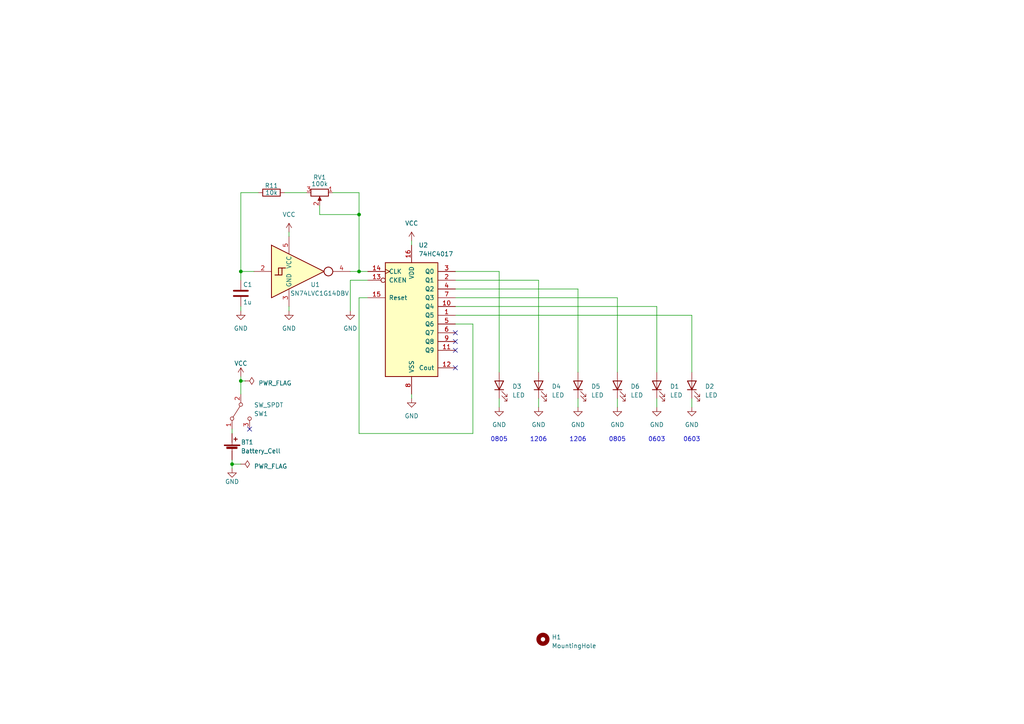
<source format=kicad_sch>
(kicad_sch (version 20230121) (generator eeschema)
  (paper "A4")
  (title_block (title "SMD-Challenge-Avanti") (date "2023-01-30") (rev "v2.0.0") (company "(c) by C. Zaugg") (comment 1 "Made for Avanti 2023") (comment 2 "SMD Soldering from 1206 to 0603 Chip Sizes") (comment 3 "Moser Baer Branding") (comment 4 "SMD - Challenge Badge"))
  (lib_symbols
    (symbol "4xxx:4017" (pin_names (offset 1.016))
      (property "Reference" "U" (at -7.62 16.51 0))
      (property "Value" "4017" (at -7.62 -19.05 0))
      (symbol "4017_1_0"
        (pin output line (at 12.7 0 180) (length 5.08) (name "Q5") (number "1"))
        (pin output line (at 12.7 2.54 180) (length 5.08) (name "Q4") (number "10"))
        (pin output line (at 12.7 -10.16 180) (length 5.08) (name "Q9") (number "11"))
        (pin output line (at 12.7 -15.24 180) (length 5.08) (name "Cout") (number "12"))
        (pin input inverted (at -12.7 10.16 0) (length 5.08) (name "CKEN") (number "13"))
        (pin input clock (at -12.7 12.7 0) (length 5.08) (name "CLK") (number "14"))
        (pin input line (at -12.7 5.08 0) (length 5.08) (name "Reset") (number "15"))
        (pin power_in line (at 0 20.32 270) (length 5.08) (name "VDD") (number "16"))
        (pin output line (at 12.7 10.16 180) (length 5.08) (name "Q1") (number "2"))
        (pin output line (at 12.7 12.7 180) (length 5.08) (name "Q0") (number "3"))
        (pin output line (at 12.7 7.62 180) (length 5.08) (name "Q2") (number "4"))
        (pin output line (at 12.7 -2.54 180) (length 5.08) (name "Q6") (number "5"))
        (pin output line (at 12.7 -5.08 180) (length 5.08) (name "Q7") (number "6"))
        (pin output line (at 12.7 5.08 180) (length 5.08) (name "Q3") (number "7"))
        (pin power_in line (at 0 -22.86 90) (length 5.08) (name "VSS") (number "8"))
        (pin output line (at 12.7 -7.62 180) (length 5.08) (name "Q8") (number "9"))
      )
      (symbol "4017_1_1"
        (rectangle (start -7.62 15.24) (end 7.62 -17.78) (stroke (width 0.254)) (fill (type background)))
      )
    )
    (symbol "74xGxx:SN74LVC1G14DBV"
      (property "Reference" "U" (at -5.08 10.16 0))
      (property "Value" "SN74LVC1G14DBV" (at 20.32 10.16 0))
      (symbol "SN74LVC1G14DBV_0_1"
        (polyline (pts (xy -2.032 1.016) (xy -1.016 1.016)) (stroke (width 0.254)) (fill (type background)))
        (polyline (pts (xy -5.08 7.62) (xy -5.08 -7.62) (xy 10.16 0) (xy -5.08 7.62)) (stroke (width 0.254)) (fill (type background)))
        (polyline (pts (xy -3.048 -1.016) (xy -3.048 1.016) (xy -2.032 1.016) (xy -2.032 -1.016) (xy -4.064 -1.016)) (stroke (width 0.254)) (fill (type background)))
        (circle (center 11.43 0) (radius 1.27) (stroke (width 0.254)))
      )
      (symbol "SN74LVC1G14DBV_1_1"
        (pin no_connect line (at 10.16 0 180) (length 5.08) hide (name "NC") (number "1"))
        (pin input line (at -10.16 0 0) (length 5.08) (name "~") (number "2"))
        (pin power_in line (at 0 -10.16 90) (length 5.08) (name "GND") (number "3"))
        (pin output line (at 17.78 0 180) (length 5.08) (name "~") (number "4"))
        (pin power_in line (at 0 10.16 270) (length 5.08) (name "VCC") (number "5"))
      )
    )
    (symbol "Device:Battery_Cell" (pin_numbers hide) (pin_names (offset 0) hide)
      (property "Reference" "BT" (at 2.54 2.54 0))
      (property "Value" "Battery_Cell" (at 2.54 0 0))
      (symbol "Battery_Cell_0_1"
        (rectangle (start -2.286 1.778) (end 2.286 1.524) (fill (type outline)))
        (rectangle (start -1.5748 1.1938) (end 1.4732 0.6858) (fill (type outline)))
        (polyline (pts (xy 0 0.762) (xy 0 0)))
        (polyline (pts (xy 0 1.778) (xy 0 2.54)))
        (polyline (pts (xy 0.508 3.429) (xy 1.524 3.429)) (stroke (width 0.254)))
        (polyline (pts (xy 1.016 3.937) (xy 1.016 2.921)) (stroke (width 0.254)))
      )
      (symbol "Battery_Cell_1_1"
        (pin passive line (at 0 5.08 270) (length 2.54) (name "+") (number "1"))
        (pin passive line (at 0 -2.54 90) (length 2.54) (name "-") (number "2"))
      )
    )
    (symbol "Device:C" (pin_numbers hide) (pin_names (offset 0.254))
      (property "Reference" "C" (at 0.635 2.54 0))
      (property "Value" "C" (at 0.635 -2.54 0))
      (symbol "C_0_1"
        (polyline (pts (xy -2.032 -0.762) (xy 2.032 -0.762)) (stroke (width 0.508)))
        (polyline (pts (xy -2.032 0.762) (xy 2.032 0.762)) (stroke (width 0.508)))
      )
      (symbol "C_1_1"
        (pin passive line (at 0 3.81 270) (length 2.794) (name "~") (number "1"))
        (pin passive line (at 0 -3.81 90) (length 2.794) (name "~") (number "2"))
      )
    )
    (symbol "Device:LED" (pin_numbers hide) (pin_names (offset 1.016) hide)
      (property "Reference" "D" (at 0 2.54 0))
      (property "Value" "LED" (at 0 -2.54 0))
      (symbol "LED_0_1"
        (polyline (pts (xy -1.27 -1.27) (xy -1.27 1.27)) (stroke (width 0.254)))
        (polyline (pts (xy -1.27 0) (xy 1.27 0)))
        (polyline (pts (xy 1.27 -1.27) (xy 1.27 1.27) (xy -1.27 0) (xy 1.27 -1.27)) (stroke (width 0.254)))
        (polyline (pts (xy -3.048 -0.762) (xy -4.572 -2.286) (xy -3.81 -2.286) (xy -4.572 -2.286) (xy -4.572 -1.524)))
        (polyline (pts (xy -1.778 -0.762) (xy -3.302 -2.286) (xy -2.54 -2.286) (xy -3.302 -2.286) (xy -3.302 -1.524)))
      )
      (symbol "LED_1_1"
        (pin passive line (at -3.81 0 0) (length 2.54) (name "K") (number "1"))
        (pin passive line (at 3.81 0 180) (length 2.54) (name "A") (number "2"))
      )
    )
    (symbol "Device:R" (pin_numbers hide) (pin_names (offset 0))
      (property "Reference" "R" (at 2.032 0 90))
      (property "Value" "R" (at 0 0 90))
      (symbol "R_0_1"
        (rectangle (start -1.016 -2.54) (end 1.016 2.54) (stroke (width 0.254)))
      )
      (symbol "R_1_1"
        (pin passive line (at 0 3.81 270) (length 1.27) (name "~") (number "1"))
        (pin passive line (at 0 -3.81 90) (length 1.27) (name "~") (number "2"))
      )
    )
    (symbol "Device:R_Potentiometer" (pin_names (offset 1.016) hide)
      (property "Reference" "RV" (at -4.445 0 90))
      (property "Value" "R_Potentiometer" (at -2.54 0 90))
      (symbol "R_Potentiometer_0_1"
        (polyline (pts (xy 2.54 0) (xy 1.524 0)))
        (polyline (pts (xy 1.143 0) (xy 2.286 0.508) (xy 2.286 -0.508) (xy 1.143 0)) (fill (type outline)))
        (rectangle (start 1.016 2.54) (end -1.016 -2.54) (stroke (width 0.254)))
      )
      (symbol "R_Potentiometer_1_1"
        (pin passive line (at 0 3.81 270) (length 1.27) (name "1") (number "1"))
        (pin passive line (at 3.81 0 180) (length 1.27) (name "2") (number "2"))
        (pin passive line (at 0 -3.81 90) (length 1.27) (name "3") (number "3"))
      )
    )
    (symbol "Mechanical:MountingHole" (pin_names (offset 1.016))
      (property "Reference" "H" (at 0 5.08 0))
      (property "Value" "MountingHole" (at 0 3.175 0))
      (symbol "MountingHole_0_1"
        (circle (center 0 0) (radius 1.27) (stroke (width 1.27)))
      )
    )
    (symbol "Switch:SW_SPDT" (pin_names (offset 0) hide)
      (property "Reference" "SW" (at 0 4.318 0))
      (property "Value" "SW_SPDT" (at 0 -5.08 0))
      (symbol "SW_SPDT_0_0"
        (circle (center -2.032 0) (radius 0.508))
        (circle (center 2.032 -2.54) (radius 0.508))
      )
      (symbol "SW_SPDT_0_1"
        (polyline (pts (xy -1.524 0.254) (xy 1.651 2.286)))
        (circle (center 2.032 2.54) (radius 0.508))
      )
      (symbol "SW_SPDT_1_1"
        (pin passive line (at 5.08 2.54 180) (length 2.54) (name "A") (number "1"))
        (pin passive line (at -5.08 0 0) (length 2.54) (name "B") (number "2"))
        (pin passive line (at 5.08 -2.54 180) (length 2.54) (name "C") (number "3"))
      )
    )
    (symbol "power:GND" (power) (pin_names (offset 0))
      (property "Value" "GND" (at 0 -3.81 0))
      (symbol "GND_0_1"
        (polyline (pts (xy 0 0) (xy 0 -1.27) (xy 1.27 -1.27) (xy 0 -2.54) (xy -1.27 -1.27) (xy 0 -1.27)))
      )
      (symbol "GND_1_1"
        (pin power_in line (at 0 0 270) (length 0) hide (name "GND") (number "1"))
      )
    )
    (symbol "power:PWR_FLAG" (power) (pin_numbers hide) (pin_names (offset 0) hide)
      (property "Value" "PWR_FLAG" (at 0 3.81 0))
      (symbol "PWR_FLAG_0_0"
        (pin power_out line (at 0 0 90) (length 0) (name "pwr") (number "1"))
      )
      (symbol "PWR_FLAG_0_1"
        (polyline (pts (xy 0 0) (xy 0 1.27) (xy -1.016 1.905) (xy 0 2.54) (xy 1.016 1.905) (xy 0 1.27)))
      )
    )
    (symbol "power:VCC" (power) (pin_names (offset 0))
      (property "Value" "VCC" (at 0 3.81 0))
      (symbol "VCC_0_1"
        (polyline (pts (xy -0.762 1.27) (xy 0 2.54)))
        (polyline (pts (xy 0 0) (xy 0 2.54)))
        (polyline (pts (xy 0 2.54) (xy 0.762 1.27)))
      )
      (symbol "VCC_1_1"
        (pin power_in line (at 0 0 90) (length 0) hide (name "VCC") (number "1"))
      )
    )
  )
  (junction (at 69.85 110.49))
  (junction (at 104.14 78.74))
  (junction (at 104.14 62.23))
  (junction (at 69.85 78.74))
  (junction (at 67.31 134.62))
  (no_connect (at 132.08 106.68))
  (no_connect (at 72.39 124.46))
  (no_connect (at 132.08 99.06))
  (no_connect (at 132.08 101.6))
  (no_connect (at 132.08 96.52))
  (wire (pts (xy 67.31 124.46) (xy 67.31 125.73)))
  (wire (pts (xy 119.38 69.85) (xy 119.38 71.12)))
  (wire (pts (xy 67.31 134.62) (xy 67.31 133.35)))
  (wire (pts (xy 179.07 115.57) (xy 179.07 118.11)))
  (wire (pts (xy 83.82 90.17) (xy 83.82 88.9)))
  (wire (pts (xy 69.85 55.88) (xy 69.85 78.74)))
  (wire (pts (xy 106.68 86.36) (xy 104.14 86.36)))
  (wire (pts (xy 167.64 115.57) (xy 167.64 118.11)))
  (wire (pts (xy 69.85 88.9) (xy 69.85 90.17)))
  (wire (pts (xy 104.14 125.73) (xy 137.16 125.73)))
  (wire (pts (xy 96.52 55.88) (xy 104.14 55.88)))
  (wire (pts (xy 104.14 78.74) (xy 101.6 78.74)))
  (wire (pts (xy 132.08 81.28) (xy 156.21 81.28)))
  (wire (pts (xy 190.5 88.9) (xy 190.5 107.95)))
  (wire (pts (xy 144.78 78.74) (xy 144.78 107.95)))
  (wire (pts (xy 137.16 93.98) (xy 132.08 93.98)))
  (wire (pts (xy 101.6 81.28) (xy 101.6 90.17)))
  (wire (pts (xy 104.14 55.88) (xy 104.14 62.23)))
  (wire (pts (xy 200.66 91.44) (xy 200.66 107.95)))
  (wire (pts (xy 67.31 135.89) (xy 67.31 134.62)))
  (wire (pts (xy 83.82 67.31) (xy 83.82 68.58)))
  (wire (pts (xy 200.66 115.57) (xy 200.66 118.11)))
  (wire (pts (xy 82.55 55.88) (xy 88.9 55.88)))
  (wire (pts (xy 144.78 115.57) (xy 144.78 118.11)))
  (wire (pts (xy 69.85 109.22) (xy 69.85 110.49)))
  (wire (pts (xy 69.85 78.74) (xy 73.66 78.74)))
  (wire (pts (xy 132.08 83.82) (xy 167.64 83.82)))
  (wire (pts (xy 132.08 88.9) (xy 190.5 88.9)))
  (wire (pts (xy 156.21 81.28) (xy 156.21 107.95)))
  (wire (pts (xy 69.85 78.74) (xy 69.85 81.28)))
  (wire (pts (xy 69.85 110.49) (xy 69.85 114.3)))
  (wire (pts (xy 132.08 78.74) (xy 144.78 78.74)))
  (wire (pts (xy 179.07 86.36) (xy 179.07 107.95)))
  (wire (pts (xy 104.14 78.74) (xy 106.68 78.74)))
  (wire (pts (xy 167.64 83.82) (xy 167.64 107.95)))
  (wire (pts (xy 190.5 115.57) (xy 190.5 118.11)))
  (wire (pts (xy 132.08 86.36) (xy 179.07 86.36)))
  (wire (pts (xy 69.85 110.49) (xy 71.12 110.49)))
  (wire (pts (xy 92.71 59.69) (xy 92.71 62.23)))
  (wire (pts (xy 74.93 55.88) (xy 69.85 55.88)))
  (wire (pts (xy 132.08 91.44) (xy 200.66 91.44)))
  (wire (pts (xy 106.68 81.28) (xy 101.6 81.28)))
  (wire (pts (xy 104.14 62.23) (xy 104.14 78.74)))
  (wire (pts (xy 119.38 115.57) (xy 119.38 114.3)))
  (wire (pts (xy 92.71 62.23) (xy 104.14 62.23)))
  (wire (pts (xy 156.21 115.57) (xy 156.21 118.11)))
  (wire (pts (xy 137.16 125.73) (xy 137.16 93.98)))
  (wire (pts (xy 67.31 134.62) (xy 69.85 134.62)))
  (wire (pts (xy 104.14 86.36) (xy 104.14 125.73)))
  (text "1206" (at 165.1 128.27 0) (effects (font (size 1.27 1.27)) (justify left bottom)))
  (text "0805" (at 142.24 128.27 0) (effects (font (size 1.27 1.27)) (justify left bottom)))
  (text "1206" (at 153.67 128.27 0) (effects (font (size 1.27 1.27)) (justify left bottom)))
  (text "0805" (at 176.53 128.27 0) (effects (font (size 1.27 1.27)) (justify left bottom)))
  (text "0603" (at 198.12 128.27 0) (effects (font (size 1.27 1.27)) (justify left bottom)))
  (text "0603" (at 187.96 128.27 0) (effects (font (size 1.27 1.27)) (justify left bottom)))
  (symbol (lib_id "power:VCC") (at 83.82 67.31 0) (unit 1)
    (property "Reference" "#PWR02" (effects hide))
    (property "Value" "VCC" (at 83.82 62.23 0))
  )
  (symbol (lib_id "power:GND") (at 119.38 115.57 0) (unit 1)
    (property "Reference" "#PWR06" (effects hide))
    (property "Value" "GND" (at 119.38 120.65 0))
  )
  (symbol (lib_id "power:PWR_FLAG") (at 69.85 134.62 270) (unit 1)
    (property "Reference" "#FLG01" (effects hide))
    (property "Value" "PWR_FLAG" (at 73.66 135.255 90) (effects (justify left)))
  )
  (symbol (lib_id "74xGxx:SN74LVC1G14DBV") (at 83.82 78.74 0) (unit 1)
    (property "Reference" "U1" (at 91.44 82.55 0))
    (property "Value" "SN74LVC1G14DBV" (at 92.71 85.09 0))
    (property "Footprint" "Package_TO_SOT_SMD:SOT-23-5" (effects hide))
    (property "Datasheet" "http://www.ti.com/lit/ds/symlink/sn74lvc1g14.pdf" (effects hide))
    (property "Manufacturer" "Texas Instruments" (effects hide))
    (property "Type" "SN74LVC1G14DBV" (effects hide))
  )
  (symbol (lib_id "power:GND") (at 190.5 118.11 0) (unit 1)
    (property "Reference" "#PWR011" (effects hide))
    (property "Value" "GND" (at 190.5 123.19 0))
  )
  (symbol (lib_id "power:GND") (at 69.85 90.17 0) (unit 1)
    (property "Reference" "#PWR05" (effects hide))
    (property "Value" "GND" (at 69.85 95.25 0))
  )
  (symbol (lib_id "Device:R") (at 78.74 55.88 90) (unit 1)
    (property "Reference" "R11" (at 78.74 53.848 90))
    (property "Value" "10k" (at 78.74 55.88 90))
    (property "Footprint" "Resistor_SMD:R_1206_3216Metric" (effects hide))
  )
  (symbol (lib_id "power:GND") (at 156.21 118.11 0) (unit 1)
    (property "Reference" "#PWR08" (effects hide))
    (property "Value" "GND" (at 156.21 123.19 0))
  )
  (symbol (lib_id "Device:Battery_Cell") (at 67.31 130.81 0) (unit 1)
    (property "Reference" "BT1" (at 69.85 128.27 0) (effects (justify left)))
    (property "Value" "Battery_Cell" (at 69.85 130.81 0) (effects (justify left)))
    (property "Footprint" "Battery:BatteryHolder_Keystone_3002_1x2032" (effects hide))
    (property "Manufacturer" "Keystone" (effects hide))
    (property "Type" "3002" (effects hide))
  )
  (symbol (lib_id "power:GND") (at 200.66 118.11 0) (unit 1)
    (property "Reference" "#PWR012" (effects hide))
    (property "Value" "GND" (at 200.66 123.19 0))
  )
  (symbol (lib_id "Device:LED") (at 156.21 111.76 90) (unit 1)
    (property "Reference" "D4" (at 160.02 112.0774 90) (effects (justify right)))
    (property "Value" "LED" (at 160.02 114.6174 90) (effects (justify right)))
    (property "Footprint" "LED_SMD:LED_1206_3216Metric" (effects hide))
    (property "Manufacturer" "Kingbright" (effects hide))
  )
  (symbol (lib_id "Device:R_Potentiometer") (at 92.71 55.88 270) (unit 1)
    (property "Reference" "RV1" (at 92.71 51.435 90))
    (property "Value" "100k" (at 92.71 53.34 90))
    (property "Footprint" "Potentiometer_SMD:Potentiometer_Bourns_TC33X_Vertical" (effects hide))
    (property "Manufacturer" "Bourns" (effects hide))
  )
  (symbol (lib_id "power:GND") (at 167.64 118.11 0) (unit 1)
    (property "Reference" "#PWR07" (effects hide))
    (property "Value" "GND" (at 167.64 123.19 0))
  )
  (symbol (lib_id "power:GND") (at 67.31 135.89 0) (unit 1)
    (property "Reference" "#PWR018" (effects hide))
    (property "Value" "GND" (at 67.31 139.7 0))
  )
  (symbol (lib_id "Switch:SW_SPDT") (at 69.85 119.38 90) (mirror x) (unit 1)
    (property "Reference" "SW1" (at 73.66 120.015 90) (effects (justify right)))
    (property "Value" "SW_SPDT" (at 73.66 117.475 90) (effects (justify right)))
    (property "Footprint" "Button_Switch_SMD:SW_SPDT_PCM12" (effects hide))
    (property "Manufacturer" "C&K" (effects hide))
  )
  (symbol (lib_id "power:GND") (at 179.07 118.11 0) (unit 1)
    (property "Reference" "#PWR09" (effects hide))
    (property "Value" "GND" (at 179.07 123.19 0))
  )
  (symbol (lib_id "power:VCC") (at 69.85 109.22 0) (unit 1)
    (property "Reference" "#PWR017" (effects hide))
    (property "Value" "VCC" (at 69.85 105.41 0))
  )
  (symbol (lib_id "Device:LED") (at 179.07 111.76 90) (unit 1)
    (property "Reference" "D6" (at 182.88 112.0774 90) (effects (justify right)))
    (property "Value" "LED" (at 182.88 114.6174 90) (effects (justify right)))
    (property "Footprint" "LED_SMD:LED_0805_2012Metric" (effects hide))
    (property "Manufacturer" "Kingbright" (effects hide))
  )
  (symbol (lib_id "power:GND") (at 144.78 118.11 0) (unit 1)
    (property "Reference" "#PWR010" (effects hide))
    (property "Value" "GND" (at 144.78 123.19 0))
  )
  (symbol (lib_id "power:GND") (at 101.6 90.17 0) (unit 1)
    (property "Reference" "#PWR04" (effects hide))
    (property "Value" "GND" (at 101.6 95.25 0))
  )
  (symbol (lib_id "power:PWR_FLAG") (at 71.12 110.49 270) (unit 1)
    (property "Reference" "#FLG02" (effects hide))
    (property "Value" "PWR_FLAG" (at 74.93 111.125 90) (effects (justify left)))
  )
  (symbol (lib_id "Mechanical:MountingHole") (at 157.48 185.42 0) (unit 1)
    (property "Reference" "H1" (at 160.02 184.785 0) (effects (justify left)))
    (property "Value" "MountingHole" (at 160.02 187.325 0) (effects (justify left)))
    (property "Footprint" "MountingHole:MountingHole_2.5mm" (effects hide))
  )
  (symbol (lib_id "power:GND") (at 83.82 90.17 0) (unit 1)
    (property "Reference" "#PWR03" (effects hide))
    (property "Value" "GND" (at 83.82 95.25 0))
  )
  (symbol (lib_id "Device:LED") (at 144.78 111.76 90) (unit 1)
    (property "Reference" "D3" (at 148.59 112.0774 90) (effects (justify right)))
    (property "Value" "LED" (at 148.59 114.6174 90) (effects (justify right)))
    (property "Footprint" "LED_SMD:LED_0805_2012Metric" (effects hide))
    (property "Manufacturer" "Kingbright" (effects hide))
  )
  (symbol (lib_id "4xxx:4017") (at 119.38 91.44 0) (unit 1)
    (property "Reference" "U2" (at 121.3994 71.12 0) (effects (justify left)))
    (property "Value" "74HC4017" (at 121.3994 73.66 0) (effects (justify left)))
    (property "Footprint" "Package_SO:SO-16_3.9x9.9mm_P1.27mm" (effects hide))
    (property "Datasheet" "http://www.intersil.com/content/dam/Intersil/documents/cd40/cd4017bms-22bms.pdf" (effects hide))
    (property "Manufacturer" "Nexperia" (effects hide))
  )
  (symbol (lib_id "Device:LED") (at 190.5 111.76 90) (unit 1)
    (property "Reference" "D1" (at 194.31 112.0774 90) (effects (justify right)))
    (property "Value" "LED" (at 194.31 114.6174 90) (effects (justify right)))
    (property "Footprint" "LED_SMD:LED_0603_1608Metric" (effects hide))
    (property "Manufacturer" "Kingbright" (effects hide))
  )
  (symbol (lib_id "Device:LED") (at 200.66 111.76 90) (unit 1)
    (property "Reference" "D2" (at 204.47 112.0774 90) (effects (justify right)))
    (property "Value" "LED" (at 204.47 114.6174 90) (effects (justify right)))
    (property "Footprint" "LED_SMD:LED_0603_1608Metric" (effects hide))
    (property "Manufacturer" "Kingbright" (effects hide))
  )
  (symbol (lib_id "Device:LED") (at 167.64 111.76 90) (unit 1)
    (property "Reference" "D5" (at 171.45 112.0774 90) (effects (justify right)))
    (property "Value" "LED" (at 171.45 114.6174 90) (effects (justify right)))
    (property "Footprint" "LED_SMD:LED_1206_3216Metric" (effects hide))
    (property "Manufacturer" "Kingbright" (effects hide))
  )
  (symbol (lib_id "Device:C") (at 69.85 85.09 0) (unit 1)
    (property "Reference" "C1" (at 70.485 82.55 0) (effects (justify left)))
    (property "Value" "1u" (at 70.485 87.63 0) (effects (justify left)))
    (property "Footprint" "Capacitor_SMD:C_1206_3216Metric" (effects hide))
  )
  (symbol (lib_id "power:VCC") (at 119.38 69.85 0) (unit 1)
    (property "Reference" "#PWR01" (effects hide))
    (property "Value" "VCC" (at 119.38 64.77 0))
  )
)
</source>
